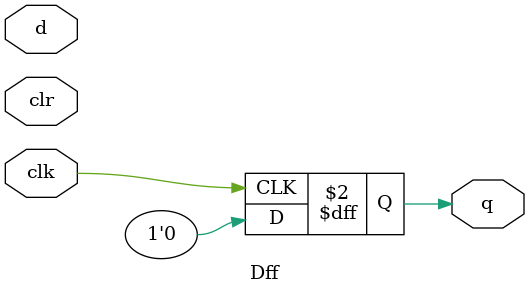
<source format=v>
module Dff (d, q ,clk, clr);
  input d, clk, clr;
  output reg q;
  
  always @ (posedge clk)
    if (clk) q <= 0;
    else q <= d;
endmodule

</source>
